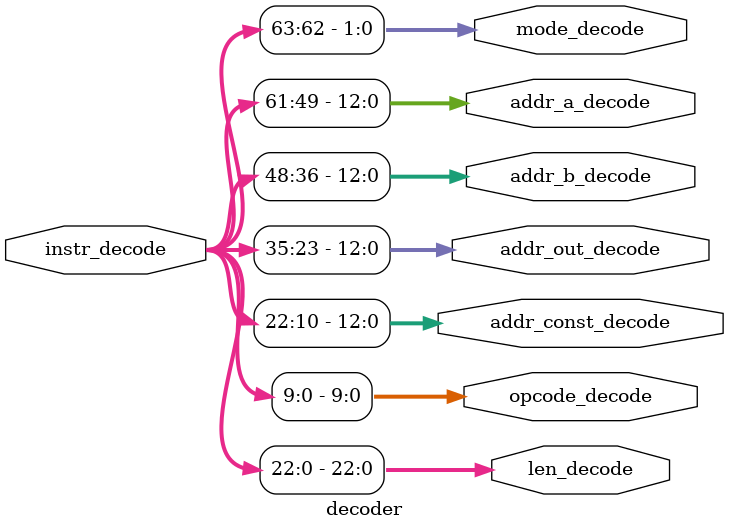
<source format=sv>
`timescale 1ns / 1ps


module decoder(
    input logic [63:0] instr_decode,
    output logic [22:0] len_decode,
    output logic [9:0] opcode_decode,
    output logic [12:0] addr_const_decode,
    output logic [12:0] addr_out_decode,
    output logic [12:0] addr_b_decode,
    output logic [12:0] addr_a_decode,
    output logic [1:0] mode_decode
    );
    
    assign len_decode = instr_decode[22:0];
    assign opcode_decode = instr_decode[9:0];
    assign addr_const_decode = instr_decode[22:10];
    assign addr_out_decode = instr_decode[35:23];
    assign addr_b_decode = instr_decode[48:36];
    assign addr_a_decode = instr_decode[61:49];
    assign mode_decode = instr_decode[63:62];
    
    
endmodule

</source>
